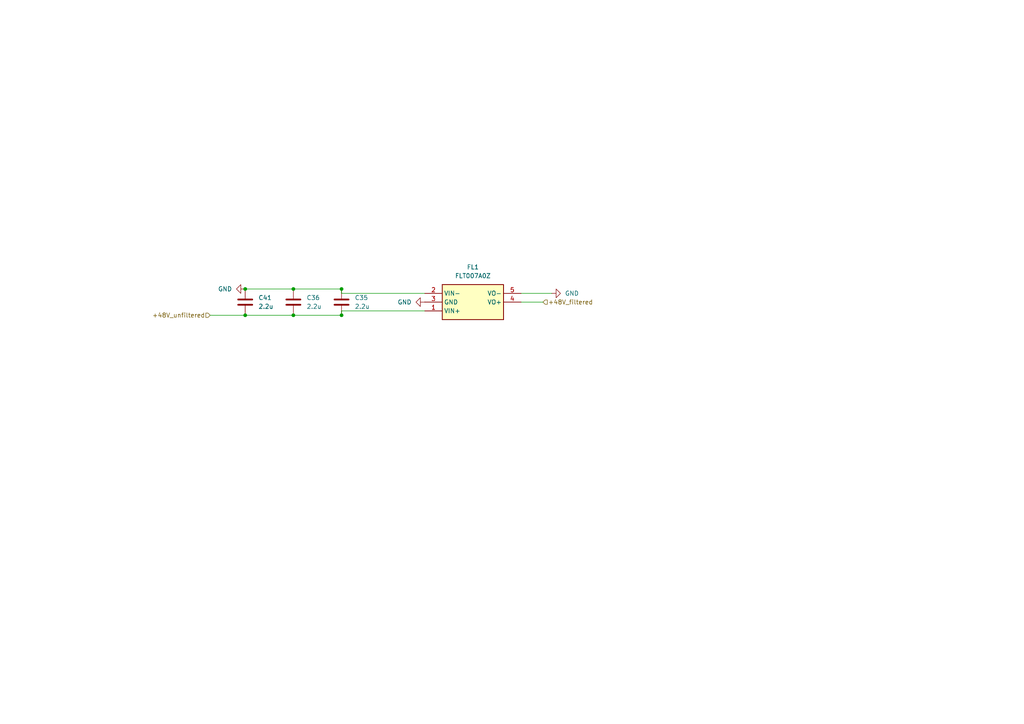
<source format=kicad_sch>
(kicad_sch
	(version 20231120)
	(generator "eeschema")
	(generator_version "8.0")
	(uuid "03d5b004-bc55-4f6c-9f25-599e87bca8ea")
	(paper "A4")
	(lib_symbols
		(symbol "BCRL_power_supply:FLT007A0Z"
			(exclude_from_sim no)
			(in_bom yes)
			(on_board yes)
			(property "Reference" "FL"
				(at 24.13 7.62 0)
				(effects
					(font
						(size 1.27 1.27)
					)
					(justify left top)
				)
			)
			(property "Value" "FLT007A0Z"
				(at 24.13 5.08 0)
				(effects
					(font
						(size 1.27 1.27)
					)
					(justify left top)
				)
			)
			(property "Footprint" "FLT007A0Z"
				(at 24.13 -94.92 0)
				(effects
					(font
						(size 1.27 1.27)
					)
					(justify left top)
					(hide yes)
				)
			)
			(property "Datasheet" "https://datasheet.datasheetarchive.com/originals/distributors/Datasheets_SAMA/8eec6756649e3853f18fd1295f6060ea.pdf"
				(at 24.13 -194.92 0)
				(effects
					(font
						(size 1.27 1.27)
					)
					(justify left top)
					(hide yes)
				)
			)
			(property "Description" "Power Line Filters 0-75Vdc 7A Through Hole"
				(at 0 0 0)
				(effects
					(font
						(size 1.27 1.27)
					)
					(hide yes)
				)
			)
			(property "Height" ""
				(at 24.13 -394.92 0)
				(effects
					(font
						(size 1.27 1.27)
					)
					(justify left top)
					(hide yes)
				)
			)
			(property "Mouser Part Number" "894-FLT007A0Z"
				(at 24.13 -494.92 0)
				(effects
					(font
						(size 1.27 1.27)
					)
					(justify left top)
					(hide yes)
				)
			)
			(property "Mouser Price/Stock" "https://www.mouser.co.uk/ProductDetail/OmniOn-Power/FLT007A0Z?qs=L%252BFMDj%252BH4RpHUvEHu%2F%252BBmg%3D%3D"
				(at 24.13 -594.92 0)
				(effects
					(font
						(size 1.27 1.27)
					)
					(justify left top)
					(hide yes)
				)
			)
			(property "Manufacturer_Name" "OmniOn Power"
				(at 24.13 -694.92 0)
				(effects
					(font
						(size 1.27 1.27)
					)
					(justify left top)
					(hide yes)
				)
			)
			(property "Manufacturer_Part_Number" "FLT007A0Z"
				(at 24.13 -794.92 0)
				(effects
					(font
						(size 1.27 1.27)
					)
					(justify left top)
					(hide yes)
				)
			)
			(symbol "FLT007A0Z_1_1"
				(rectangle
					(start 5.08 2.54)
					(end 22.86 -7.62)
					(stroke
						(width 0.254)
						(type default)
					)
					(fill
						(type background)
					)
				)
				(pin passive line
					(at 0 -5.08 0)
					(length 5.08)
					(name "VIN+"
						(effects
							(font
								(size 1.27 1.27)
							)
						)
					)
					(number "1"
						(effects
							(font
								(size 1.27 1.27)
							)
						)
					)
				)
				(pin passive line
					(at 0 0 0)
					(length 5.08)
					(name "VIN-"
						(effects
							(font
								(size 1.27 1.27)
							)
						)
					)
					(number "2"
						(effects
							(font
								(size 1.27 1.27)
							)
						)
					)
				)
				(pin passive line
					(at 0 -2.54 0)
					(length 5.08)
					(name "GND"
						(effects
							(font
								(size 1.27 1.27)
							)
						)
					)
					(number "3"
						(effects
							(font
								(size 1.27 1.27)
							)
						)
					)
				)
				(pin passive line
					(at 27.94 -2.54 180)
					(length 5.08)
					(name "VO+"
						(effects
							(font
								(size 1.27 1.27)
							)
						)
					)
					(number "4"
						(effects
							(font
								(size 1.27 1.27)
							)
						)
					)
				)
				(pin passive line
					(at 27.94 0 180)
					(length 5.08)
					(name "VO-"
						(effects
							(font
								(size 1.27 1.27)
							)
						)
					)
					(number "5"
						(effects
							(font
								(size 1.27 1.27)
							)
						)
					)
				)
			)
		)
		(symbol "Device:C"
			(pin_numbers hide)
			(pin_names
				(offset 0.254)
			)
			(exclude_from_sim no)
			(in_bom yes)
			(on_board yes)
			(property "Reference" "C"
				(at 0.635 2.54 0)
				(effects
					(font
						(size 1.27 1.27)
					)
					(justify left)
				)
			)
			(property "Value" "C"
				(at 0.635 -2.54 0)
				(effects
					(font
						(size 1.27 1.27)
					)
					(justify left)
				)
			)
			(property "Footprint" ""
				(at 0.9652 -3.81 0)
				(effects
					(font
						(size 1.27 1.27)
					)
					(hide yes)
				)
			)
			(property "Datasheet" "~"
				(at 0 0 0)
				(effects
					(font
						(size 1.27 1.27)
					)
					(hide yes)
				)
			)
			(property "Description" "Unpolarized capacitor"
				(at 0 0 0)
				(effects
					(font
						(size 1.27 1.27)
					)
					(hide yes)
				)
			)
			(property "ki_keywords" "cap capacitor"
				(at 0 0 0)
				(effects
					(font
						(size 1.27 1.27)
					)
					(hide yes)
				)
			)
			(property "ki_fp_filters" "C_*"
				(at 0 0 0)
				(effects
					(font
						(size 1.27 1.27)
					)
					(hide yes)
				)
			)
			(symbol "C_0_1"
				(polyline
					(pts
						(xy -2.032 -0.762) (xy 2.032 -0.762)
					)
					(stroke
						(width 0.508)
						(type default)
					)
					(fill
						(type none)
					)
				)
				(polyline
					(pts
						(xy -2.032 0.762) (xy 2.032 0.762)
					)
					(stroke
						(width 0.508)
						(type default)
					)
					(fill
						(type none)
					)
				)
			)
			(symbol "C_1_1"
				(pin passive line
					(at 0 3.81 270)
					(length 2.794)
					(name "~"
						(effects
							(font
								(size 1.27 1.27)
							)
						)
					)
					(number "1"
						(effects
							(font
								(size 1.27 1.27)
							)
						)
					)
				)
				(pin passive line
					(at 0 -3.81 90)
					(length 2.794)
					(name "~"
						(effects
							(font
								(size 1.27 1.27)
							)
						)
					)
					(number "2"
						(effects
							(font
								(size 1.27 1.27)
							)
						)
					)
				)
			)
		)
		(symbol "power:GND"
			(power)
			(pin_numbers hide)
			(pin_names
				(offset 0) hide)
			(exclude_from_sim no)
			(in_bom yes)
			(on_board yes)
			(property "Reference" "#PWR"
				(at 0 -6.35 0)
				(effects
					(font
						(size 1.27 1.27)
					)
					(hide yes)
				)
			)
			(property "Value" "GND"
				(at 0 -3.81 0)
				(effects
					(font
						(size 1.27 1.27)
					)
				)
			)
			(property "Footprint" ""
				(at 0 0 0)
				(effects
					(font
						(size 1.27 1.27)
					)
					(hide yes)
				)
			)
			(property "Datasheet" ""
				(at 0 0 0)
				(effects
					(font
						(size 1.27 1.27)
					)
					(hide yes)
				)
			)
			(property "Description" "Power symbol creates a global label with name \"GND\" , ground"
				(at 0 0 0)
				(effects
					(font
						(size 1.27 1.27)
					)
					(hide yes)
				)
			)
			(property "ki_keywords" "global power"
				(at 0 0 0)
				(effects
					(font
						(size 1.27 1.27)
					)
					(hide yes)
				)
			)
			(symbol "GND_0_1"
				(polyline
					(pts
						(xy 0 0) (xy 0 -1.27) (xy 1.27 -1.27) (xy 0 -2.54) (xy -1.27 -1.27) (xy 0 -1.27)
					)
					(stroke
						(width 0)
						(type default)
					)
					(fill
						(type none)
					)
				)
			)
			(symbol "GND_1_1"
				(pin power_in line
					(at 0 0 270)
					(length 0)
					(name "~"
						(effects
							(font
								(size 1.27 1.27)
							)
						)
					)
					(number "1"
						(effects
							(font
								(size 1.27 1.27)
							)
						)
					)
				)
			)
		)
	)
	(junction
		(at 85.09 91.44)
		(diameter 0)
		(color 0 0 0 0)
		(uuid "07c5e102-453a-4457-8ca2-79a5750a7532")
	)
	(junction
		(at 99.06 83.82)
		(diameter 0)
		(color 0 0 0 0)
		(uuid "84cc0ba2-5b43-4dbe-ac07-4c761c4b140d")
	)
	(junction
		(at 99.06 91.44)
		(diameter 0)
		(color 0 0 0 0)
		(uuid "8a9c408d-7878-4577-b186-d2e88610e0b0")
	)
	(junction
		(at 71.12 83.82)
		(diameter 0)
		(color 0 0 0 0)
		(uuid "8e9e9402-6761-40c5-a9c9-e73d8df1a804")
	)
	(junction
		(at 71.12 91.44)
		(diameter 0)
		(color 0 0 0 0)
		(uuid "a65762d9-373b-4e59-bc22-bde79dbd794f")
	)
	(junction
		(at 85.09 83.82)
		(diameter 0)
		(color 0 0 0 0)
		(uuid "ee4bfd54-c674-47da-92a1-50e3f075f847")
	)
	(wire
		(pts
			(xy 85.09 91.44) (xy 99.06 91.44)
		)
		(stroke
			(width 0)
			(type default)
		)
		(uuid "102cb460-3cea-44c7-8eb1-28ab5d08b31f")
	)
	(wire
		(pts
			(xy 99.06 85.09) (xy 99.06 83.82)
		)
		(stroke
			(width 0)
			(type default)
		)
		(uuid "150ec7b8-e7d5-4ffc-9c2f-c02deb009aff")
	)
	(wire
		(pts
			(xy 71.12 91.44) (xy 85.09 91.44)
		)
		(stroke
			(width 0)
			(type default)
		)
		(uuid "5343985c-6e41-4aeb-b078-95774d201371")
	)
	(wire
		(pts
			(xy 157.48 87.63) (xy 151.13 87.63)
		)
		(stroke
			(width 0)
			(type default)
		)
		(uuid "8e682864-ae6e-48d6-9e23-a62470ab258c")
	)
	(wire
		(pts
			(xy 99.06 85.09) (xy 123.19 85.09)
		)
		(stroke
			(width 0)
			(type default)
		)
		(uuid "ac465c72-efff-4db7-8b1e-b37dd088f68b")
	)
	(wire
		(pts
			(xy 85.09 83.82) (xy 99.06 83.82)
		)
		(stroke
			(width 0)
			(type default)
		)
		(uuid "b37563cd-cb04-45a1-b5a0-cae22e0f4175")
	)
	(wire
		(pts
			(xy 99.06 90.17) (xy 123.19 90.17)
		)
		(stroke
			(width 0)
			(type default)
		)
		(uuid "d50d2b32-8fe3-461f-98f3-ef439c6dfd79")
	)
	(wire
		(pts
			(xy 60.96 91.44) (xy 71.12 91.44)
		)
		(stroke
			(width 0)
			(type default)
		)
		(uuid "da9d7849-60fd-40da-ab92-c4e4a0542b99")
	)
	(wire
		(pts
			(xy 71.12 83.82) (xy 85.09 83.82)
		)
		(stroke
			(width 0)
			(type default)
		)
		(uuid "f38cb91f-97ef-4d46-bb09-5dee24b1725d")
	)
	(wire
		(pts
			(xy 99.06 90.17) (xy 99.06 91.44)
		)
		(stroke
			(width 0)
			(type default)
		)
		(uuid "f5446447-bb16-4468-9996-49ad52556796")
	)
	(wire
		(pts
			(xy 160.02 85.09) (xy 151.13 85.09)
		)
		(stroke
			(width 0)
			(type default)
		)
		(uuid "f9d8cc89-ac6d-4d51-abec-f3f048456790")
	)
	(hierarchical_label "+48V_filtered"
		(shape input)
		(at 157.48 87.63 0)
		(fields_autoplaced yes)
		(effects
			(font
				(size 1.27 1.27)
			)
			(justify left)
		)
		(uuid "4119b4cf-225b-414b-8fbf-8c67d11ea7f2")
	)
	(hierarchical_label "+48V_unfiltered"
		(shape input)
		(at 60.96 91.44 180)
		(fields_autoplaced yes)
		(effects
			(font
				(size 1.27 1.27)
			)
			(justify right)
		)
		(uuid "9e46b0e8-a606-44e0-bcdc-388962109275")
	)
	(symbol
		(lib_id "BCRL_power_supply:FLT007A0Z")
		(at 123.19 85.09 0)
		(unit 1)
		(exclude_from_sim no)
		(in_bom yes)
		(on_board yes)
		(dnp no)
		(fields_autoplaced yes)
		(uuid "01a054d6-9099-4970-a3f0-be82e92d5e0a")
		(property "Reference" "FL1"
			(at 137.16 77.47 0)
			(effects
				(font
					(size 1.27 1.27)
				)
			)
		)
		(property "Value" "FLT007A0Z"
			(at 137.16 80.01 0)
			(effects
				(font
					(size 1.27 1.27)
				)
			)
		)
		(property "Footprint" "BCRL_power_supply:FLT007A0Z"
			(at 147.32 180.01 0)
			(effects
				(font
					(size 1.27 1.27)
				)
				(justify left top)
				(hide yes)
			)
		)
		(property "Datasheet" "https://datasheet.datasheetarchive.com/originals/distributors/Datasheets_SAMA/8eec6756649e3853f18fd1295f6060ea.pdf"
			(at 147.32 280.01 0)
			(effects
				(font
					(size 1.27 1.27)
				)
				(justify left top)
				(hide yes)
			)
		)
		(property "Description" "Power Line Filters 0-75Vdc 7A Through Hole"
			(at 123.19 85.09 0)
			(effects
				(font
					(size 1.27 1.27)
				)
				(hide yes)
			)
		)
		(property "Height" ""
			(at 147.32 480.01 0)
			(effects
				(font
					(size 1.27 1.27)
				)
				(justify left top)
				(hide yes)
			)
		)
		(property "Mouser Part Number" "894-FLT007A0Z"
			(at 147.32 580.01 0)
			(effects
				(font
					(size 1.27 1.27)
				)
				(justify left top)
				(hide yes)
			)
		)
		(property "Mouser Price/Stock" "https://www.mouser.co.uk/ProductDetail/OmniOn-Power/FLT007A0Z?qs=L%252BFMDj%252BH4RpHUvEHu%2F%252BBmg%3D%3D"
			(at 147.32 680.01 0)
			(effects
				(font
					(size 1.27 1.27)
				)
				(justify left top)
				(hide yes)
			)
		)
		(property "Manufacturer_Name" "OmniOn Power"
			(at 147.32 780.01 0)
			(effects
				(font
					(size 1.27 1.27)
				)
				(justify left top)
				(hide yes)
			)
		)
		(property "Manufacturer_Part_Number" "FLT007A0Z"
			(at 147.32 880.01 0)
			(effects
				(font
					(size 1.27 1.27)
				)
				(justify left top)
				(hide yes)
			)
		)
		(property "DigiKey_Part_Number" "FLT007A0Z"
			(at 123.19 85.09 0)
			(effects
				(font
					(size 1.27 1.27)
				)
				(hide yes)
			)
		)
		(pin "4"
			(uuid "bbf0bdae-1aff-40a0-9364-602798aa0707")
		)
		(pin "5"
			(uuid "727a623b-f7c8-4617-89a3-1d9da44dd547")
		)
		(pin "2"
			(uuid "5419a1a0-a152-47ab-8c21-bcb75b7f7250")
		)
		(pin "3"
			(uuid "51636061-845e-44e5-964e-3c76afa16d24")
		)
		(pin "1"
			(uuid "e361b967-9cf9-464f-9c68-9ad261c279e8")
		)
		(instances
			(project "bcrl_power_supply"
				(path "/77f0f57c-9586-4625-9281-fa8cbd8015db/60707b28-309c-4e42-8a0b-5f9a9fcd870e"
					(reference "FL1")
					(unit 1)
				)
			)
		)
	)
	(symbol
		(lib_id "power:GND")
		(at 123.19 87.63 270)
		(unit 1)
		(exclude_from_sim no)
		(in_bom yes)
		(on_board yes)
		(dnp no)
		(fields_autoplaced yes)
		(uuid "071d4360-9fd4-4b11-b127-3a2cba7e7c9a")
		(property "Reference" "#PWR096"
			(at 116.84 87.63 0)
			(effects
				(font
					(size 1.27 1.27)
				)
				(hide yes)
			)
		)
		(property "Value" "GND"
			(at 119.38 87.6299 90)
			(effects
				(font
					(size 1.27 1.27)
				)
				(justify right)
			)
		)
		(property "Footprint" ""
			(at 123.19 87.63 0)
			(effects
				(font
					(size 1.27 1.27)
				)
				(hide yes)
			)
		)
		(property "Datasheet" ""
			(at 123.19 87.63 0)
			(effects
				(font
					(size 1.27 1.27)
				)
				(hide yes)
			)
		)
		(property "Description" "Power symbol creates a global label with name \"GND\" , ground"
			(at 123.19 87.63 0)
			(effects
				(font
					(size 1.27 1.27)
				)
				(hide yes)
			)
		)
		(pin "1"
			(uuid "c1a11c4b-33e3-4034-895d-b4ac01f3d662")
		)
		(instances
			(project "bcrl_power_supply"
				(path "/77f0f57c-9586-4625-9281-fa8cbd8015db/60707b28-309c-4e42-8a0b-5f9a9fcd870e"
					(reference "#PWR096")
					(unit 1)
				)
			)
		)
	)
	(symbol
		(lib_id "Device:C")
		(at 71.12 87.63 0)
		(unit 1)
		(exclude_from_sim no)
		(in_bom yes)
		(on_board yes)
		(dnp no)
		(fields_autoplaced yes)
		(uuid "89915a26-9539-46a6-8880-59b2c298effb")
		(property "Reference" "C41"
			(at 74.93 86.3599 0)
			(effects
				(font
					(size 1.27 1.27)
				)
				(justify left)
			)
		)
		(property "Value" "2.2u"
			(at 74.93 88.8999 0)
			(effects
				(font
					(size 1.27 1.27)
				)
				(justify left)
			)
		)
		(property "Footprint" "Capacitor_SMD:C_1206_3216Metric"
			(at 72.0852 91.44 0)
			(effects
				(font
					(size 1.27 1.27)
				)
				(hide yes)
			)
		)
		(property "Datasheet" "~"
			(at 71.12 87.63 0)
			(effects
				(font
					(size 1.27 1.27)
				)
				(hide yes)
			)
		)
		(property "Description" "Unpolarized capacitor"
			(at 71.12 87.63 0)
			(effects
				(font
					(size 1.27 1.27)
				)
				(hide yes)
			)
		)
		(property "rating" "100v"
			(at 71.12 87.63 0)
			(effects
				(font
					(size 1.27 1.27)
				)
				(hide yes)
			)
		)
		(property "DigiKey_Part_Number" "HMK316AC7225KL-TE "
			(at 71.12 87.63 0)
			(effects
				(font
					(size 1.27 1.27)
				)
				(hide yes)
			)
		)
		(pin "1"
			(uuid "8a93f0e4-e5dc-4962-9012-df9a58007fa2")
		)
		(pin "2"
			(uuid "fd448770-953d-41dc-adea-b222360a0e2b")
		)
		(instances
			(project "bcrl_power_supply"
				(path "/77f0f57c-9586-4625-9281-fa8cbd8015db/60707b28-309c-4e42-8a0b-5f9a9fcd870e"
					(reference "C41")
					(unit 1)
				)
			)
		)
	)
	(symbol
		(lib_id "Device:C")
		(at 85.09 87.63 0)
		(unit 1)
		(exclude_from_sim no)
		(in_bom yes)
		(on_board yes)
		(dnp no)
		(fields_autoplaced yes)
		(uuid "b2b2a36a-08b3-4770-aa64-ec3affb15c34")
		(property "Reference" "C36"
			(at 88.9 86.3599 0)
			(effects
				(font
					(size 1.27 1.27)
				)
				(justify left)
			)
		)
		(property "Value" "2.2u"
			(at 88.9 88.8999 0)
			(effects
				(font
					(size 1.27 1.27)
				)
				(justify left)
			)
		)
		(property "Footprint" "Capacitor_SMD:C_1206_3216Metric"
			(at 86.0552 91.44 0)
			(effects
				(font
					(size 1.27 1.27)
				)
				(hide yes)
			)
		)
		(property "Datasheet" "~"
			(at 85.09 87.63 0)
			(effects
				(font
					(size 1.27 1.27)
				)
				(hide yes)
			)
		)
		(property "Description" "Unpolarized capacitor"
			(at 85.09 87.63 0)
			(effects
				(font
					(size 1.27 1.27)
				)
				(hide yes)
			)
		)
		(property "rating" "100v"
			(at 85.09 87.63 0)
			(effects
				(font
					(size 1.27 1.27)
				)
				(hide yes)
			)
		)
		(property "DigiKey_Part_Number" "HMK316AC7225KL-TE "
			(at 85.09 87.63 0)
			(effects
				(font
					(size 1.27 1.27)
				)
				(hide yes)
			)
		)
		(pin "1"
			(uuid "bc95aca5-cc62-4ccd-86ab-6e16bfd4f19c")
		)
		(pin "2"
			(uuid "ec267821-bf14-4bd6-9171-22fcdf304505")
		)
		(instances
			(project "bcrl_power_supply"
				(path "/77f0f57c-9586-4625-9281-fa8cbd8015db/60707b28-309c-4e42-8a0b-5f9a9fcd870e"
					(reference "C36")
					(unit 1)
				)
			)
		)
	)
	(symbol
		(lib_id "power:GND")
		(at 160.02 85.09 90)
		(unit 1)
		(exclude_from_sim no)
		(in_bom yes)
		(on_board yes)
		(dnp no)
		(fields_autoplaced yes)
		(uuid "bef7ad9b-fa72-4b6e-9529-f154ca977b60")
		(property "Reference" "#PWR0161"
			(at 166.37 85.09 0)
			(effects
				(font
					(size 1.27 1.27)
				)
				(hide yes)
			)
		)
		(property "Value" "GND"
			(at 163.83 85.0899 90)
			(effects
				(font
					(size 1.27 1.27)
				)
				(justify right)
			)
		)
		(property "Footprint" ""
			(at 160.02 85.09 0)
			(effects
				(font
					(size 1.27 1.27)
				)
				(hide yes)
			)
		)
		(property "Datasheet" ""
			(at 160.02 85.09 0)
			(effects
				(font
					(size 1.27 1.27)
				)
				(hide yes)
			)
		)
		(property "Description" "Power symbol creates a global label with name \"GND\" , ground"
			(at 160.02 85.09 0)
			(effects
				(font
					(size 1.27 1.27)
				)
				(hide yes)
			)
		)
		(pin "1"
			(uuid "31525ec5-6be9-4555-992f-74292529cd38")
		)
		(instances
			(project "bcrl_power_supply"
				(path "/77f0f57c-9586-4625-9281-fa8cbd8015db/60707b28-309c-4e42-8a0b-5f9a9fcd870e"
					(reference "#PWR0161")
					(unit 1)
				)
			)
		)
	)
	(symbol
		(lib_id "power:GND")
		(at 71.12 83.82 270)
		(unit 1)
		(exclude_from_sim no)
		(in_bom yes)
		(on_board yes)
		(dnp no)
		(fields_autoplaced yes)
		(uuid "e089d683-be2d-47c6-b540-8189e5b5f083")
		(property "Reference" "#PWR097"
			(at 64.77 83.82 0)
			(effects
				(font
					(size 1.27 1.27)
				)
				(hide yes)
			)
		)
		(property "Value" "GND"
			(at 67.31 83.8199 90)
			(effects
				(font
					(size 1.27 1.27)
				)
				(justify right)
			)
		)
		(property "Footprint" ""
			(at 71.12 83.82 0)
			(effects
				(font
					(size 1.27 1.27)
				)
				(hide yes)
			)
		)
		(property "Datasheet" ""
			(at 71.12 83.82 0)
			(effects
				(font
					(size 1.27 1.27)
				)
				(hide yes)
			)
		)
		(property "Description" "Power symbol creates a global label with name \"GND\" , ground"
			(at 71.12 83.82 0)
			(effects
				(font
					(size 1.27 1.27)
				)
				(hide yes)
			)
		)
		(pin "1"
			(uuid "7f2b335f-2561-4226-8995-193931877843")
		)
		(instances
			(project "bcrl_power_supply"
				(path "/77f0f57c-9586-4625-9281-fa8cbd8015db/60707b28-309c-4e42-8a0b-5f9a9fcd870e"
					(reference "#PWR097")
					(unit 1)
				)
			)
		)
	)
	(symbol
		(lib_id "Device:C")
		(at 99.06 87.63 0)
		(unit 1)
		(exclude_from_sim no)
		(in_bom yes)
		(on_board yes)
		(dnp no)
		(fields_autoplaced yes)
		(uuid "ef651cb8-5984-42f4-acf9-62d26ad41446")
		(property "Reference" "C35"
			(at 102.87 86.3599 0)
			(effects
				(font
					(size 1.27 1.27)
				)
				(justify left)
			)
		)
		(property "Value" "2.2u"
			(at 102.87 88.8999 0)
			(effects
				(font
					(size 1.27 1.27)
				)
				(justify left)
			)
		)
		(property "Footprint" "Capacitor_SMD:C_1206_3216Metric"
			(at 100.0252 91.44 0)
			(effects
				(font
					(size 1.27 1.27)
				)
				(hide yes)
			)
		)
		(property "Datasheet" "~"
			(at 99.06 87.63 0)
			(effects
				(font
					(size 1.27 1.27)
				)
				(hide yes)
			)
		)
		(property "Description" "Unpolarized capacitor"
			(at 99.06 87.63 0)
			(effects
				(font
					(size 1.27 1.27)
				)
				(hide yes)
			)
		)
		(property "rating" "100v"
			(at 99.06 87.63 0)
			(effects
				(font
					(size 1.27 1.27)
				)
				(hide yes)
			)
		)
		(property "DigiKey_Part_Number" "HMK316AC7225KL-TE "
			(at 99.06 87.63 0)
			(effects
				(font
					(size 1.27 1.27)
				)
				(hide yes)
			)
		)
		(pin "1"
			(uuid "b8d55c98-ace3-46de-8b0a-5000d7395f2e")
		)
		(pin "2"
			(uuid "1905826f-bf8f-4097-9225-af97d34d1263")
		)
		(instances
			(project "bcrl_power_supply"
				(path "/77f0f57c-9586-4625-9281-fa8cbd8015db/60707b28-309c-4e42-8a0b-5f9a9fcd870e"
					(reference "C35")
					(unit 1)
				)
			)
		)
	)
)
</source>
